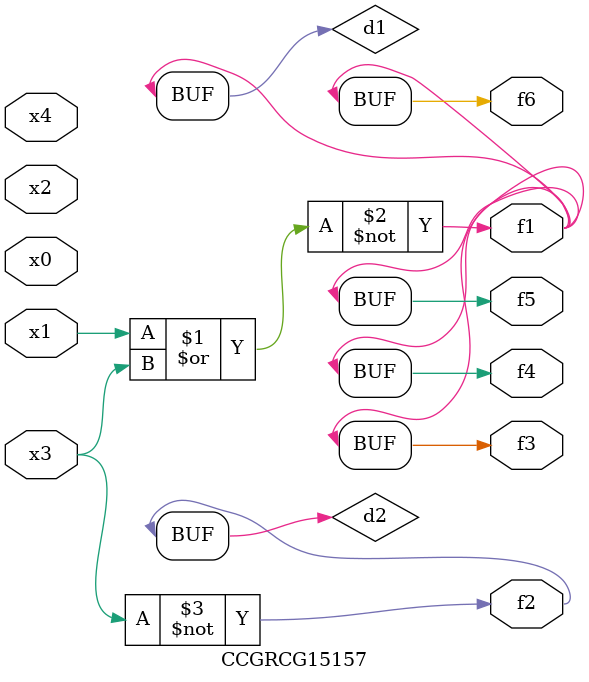
<source format=v>
module CCGRCG15157(
	input x0, x1, x2, x3, x4,
	output f1, f2, f3, f4, f5, f6
);

	wire d1, d2;

	nor (d1, x1, x3);
	not (d2, x3);
	assign f1 = d1;
	assign f2 = d2;
	assign f3 = d1;
	assign f4 = d1;
	assign f5 = d1;
	assign f6 = d1;
endmodule

</source>
